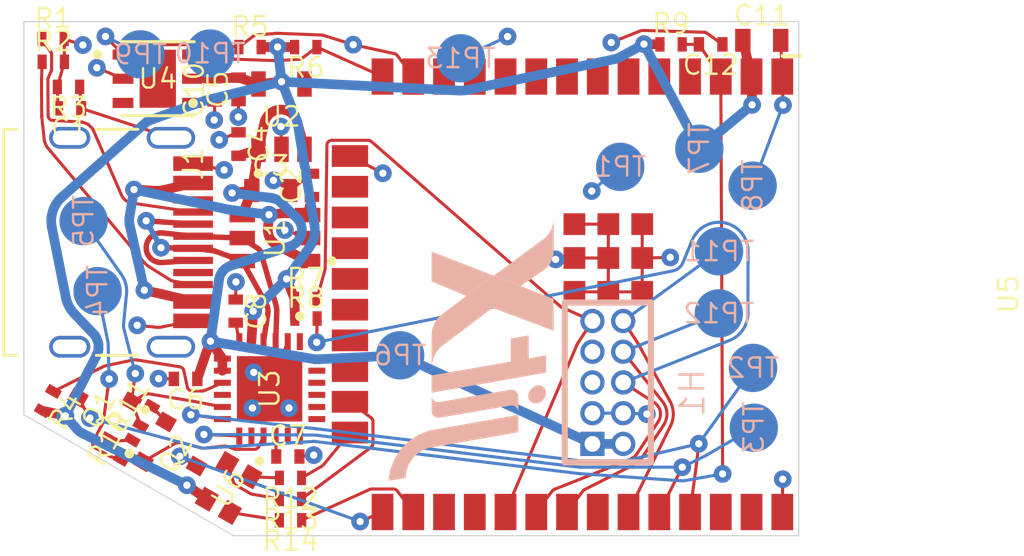
<source format=kicad_pcb>
(kicad_pcb (version 20221018) (generator pcbnew)
  (layers (0 "F.Cu" signal) (1 "In1.Cu" signal) (2 "In2.Cu" signal) (31 "B.Cu" signal) (34 "B.Paste" user) (35 "F.Paste" user) (36 "B.SilkS" user "B.Silkscreen") (37 "F.SilkS" user "F.Silkscreen") (38 "B.Mask" user) (39 "F.Mask" user) (44 "Edge.Cuts" user))
  (net 0 "")
  (net 1 "P3V3")
  (net 2 "b")
  (net 3 "ESP-TX")
  (net 4 "H-I2C_sda")
  (net 5 "SBU1")
  (net 6 "r")
  (net 7 "gnd")
  (net 8 "RXD_SCI")
  (net 9 "rid_p1")
  (net 10 "control-pins1_timer")
  (net 11 "VBUS")
  (net 12 "pc-uart_tx")
  (net 13 "RTS_SCI")
  (net 14 "c")
  (net 15 "nRST")
  (net 16 "D+")
  (net 17 "proc_q0_b")
  (net 18 "pc-ctrl1_gpio")
  (net 19 "P5V0")
  (net 20 "SBU2")
  (net 21 "H-I2C_scl")
  (net 22 "proc_q1_b")
  (net 23 "RTS_ECI")
  (net 24 "TXD_SCI")
  (net 25 "DTR_SCI")
  (net 26 "pc-uart_rx")
  (net 27 "ESP-RX")
  (net 28 "pc-ctrl0_gpio")
  (net 29 "control-pins0_timer")
  (net 30 "g")
  (net 31 "VDD")
  (net 32 "D-")
  (net 33 "EN")
  (net 34 "rid_rid_p1")
  (net 35 "con_rid_rid_p1")
  (net 36 "VPP")
  (net 37 "DTR_ECI")
  (net 38 "control-pins2_timer")
  (footprint "ble-mote:LP_TYPE_C_31_M_12" (layer "F.Cu") (at 130.489613 103.622473 -90)
    (fp_text reference "J1")
    (fp_text value "~" hide)
  )
  (footprint "ble-mote:Pkg0402_1" (layer "F.Cu") (at 134.512806 116.613382 -90)
    (fp_text reference "R12")
    (fp_text value "150R" hide)
  )
  (footprint "ble-mote:RGB_2020" (layer "F.Cu") (at 131.955821 117.029046 -120)
    (fp_text reference "U6")
    (fp_text value "~" hide)
  )
  (footprint "ble-mote:QFN24" (layer "F.Cu") (at 133.648641 112.931135 -90)
    (fp_text reference "U3")
    (fp_text value "~" hide)
  )
  (footprint "ble-mote:Pkg0402_2" (layer "F.Cu") (at 124.705386 98.469392 90)
    (fp_text reference "R1")
    (fp_text value "5K1" hide)
  )
  (footprint "ble-mote:SOT95P280X145_5N" (layer "F.Cu") (at 134.14015 101.680258)
    (fp_text reference "U2")
    (fp_text value "~" hide)
  )
  (footprint "ble-mote:Pkg0402_2" (layer "F.Cu") (at 127.742667 115.446608 150)
    (fp_text reference "R10")
    (fp_text value "10K" hide)
  )
  (footprint "ble-mote:Pkg0402" (layer "F.Cu") (at 132.366033 102.812299)
    (fp_text reference "C4")
    (fp_text value "1u" hide)
  )
  (footprint "ble-mote:Pkg0603" (layer "F.Cu") (at 133.697125 104.732114 90)
    (fp_text reference "C3")
    (fp_text value "10u" hide)
  )
  (footprint "ble-mote:Pkg0603" (layer "F.Cu") (at 153.975688 98.526263 90)
    (fp_text reference "C11")
    (fp_text value "10u" hide)
  )
  (footprint "ble-mote:Pkg0402_2" (layer "F.Cu") (at 134.513963 118.36375 -90)
    (fp_text reference "R14")
    (fp_text value "43R" hide)
  )
  (footprint "ble-mote:Pkg0402_2" (layer "F.Cu") (at 124.715123 99.413639 90)
    (fp_text reference "R2")
    (fp_text value "5K1" hide)
  )
  (footprint "ble-mote:SOT95P280X100_3N" (layer "F.Cu") (at 126.601692 113.786417 60)
    (fp_text reference "Q1")
    (fp_text value "~" hide)
  )
  (footprint "ble-mote:SOT95P280X145_6N" (layer "F.Cu") (at 133.869597 106.698656 90)
    (fp_text reference "U1")
    (fp_text value "~" hide)
  )
  (footprint "ble-mote:Pkg0402_2" (layer "F.Cu") (at 132.841202 98.803087 90)
    (fp_text reference "R5")
    (fp_text value "8K2" hide)
  )
  (footprint "ble-mote:Pkg0402_2" (layer "F.Cu") (at 125.344077 100.448284 -90)
    (fp_text reference "R3")
    (fp_text value "100K" hide)
  )
  (footprint "ble-mote:Pkg0402" (layer "F.Cu") (at 151.864764 98.692454 -90)
    (fp_text reference "C12")
    (fp_text value "1u" hide)
  )
  (footprint "ble-mote:SOT95P280X100_3N" (layer "F.Cu") (at 129.763792 115.621965 -120)
    (fp_text reference "Q2")
    (fp_text value "~" hide)
  )
  (footprint "ble-mote:Pkg0402_2" (layer "F.Cu") (at 135.142332 98.804707 -90)
    (fp_text reference "R6")
    (fp_text value "8K2" hide)
  )
  (footprint "ble-mote:SON100P300X300X80_7N" (layer "F.Cu") (at 129.03036 100.112036)
    (fp_text reference "U4")
    (fp_text value "~" hide)
  )
  (footprint "ble-mote:Pkg0402_1" (layer "F.Cu") (at 134.512761 117.482973 -90)
    (fp_text reference "R13")
    (fp_text value "150R" hide)
  )
  (footprint "ble-mote:Pkg0402_3" (layer "F.Cu") (at 131.377858 100.580479 180)
    (fp_text reference "C10")
    (fp_text value "100n" hide)
  )
  (footprint "ble-mote:ESP32_WROOM" (layer "F.Cu") (at 149.717938 109.022363 -90)
    (fp_text reference "U5")
    (fp_text value "~" hide)
  )
  (footprint "ble-mote:Pkg0402" (layer "F.Cu") (at 132.366167 100.552497 180)
    (fp_text reference "C5")
    (fp_text value "1u" hide)
  )
  (footprint "ble-mote:Pkg0402_3" (layer "F.Cu") (at 125.389755 101.334607 -90)
    (fp_text reference "C1")
    (fp_text value "100n" hide)
  )
  (footprint "ble-mote:Pkg0402_3" (layer "F.Cu") (at 135.397938 104.519104 180)
    (fp_text reference "C2")
    (fp_text value "100n" hide)
  )
  (footprint "ble-mote:Pkg0402_2" (layer "F.Cu") (at 135.152382 110.026709 90)
    (fp_text reference "R8")
    (fp_text value "10K" hide)
  )
  (footprint "ble-mote:Pkg0402_2" (layer "F.Cu") (at 135.141011 109.216096 90)
    (fp_text reference "R7")
    (fp_text value "10K" hide)
  )
  (footprint "ble-mote:Pkg0402_2" (layer "F.Cu") (at 150.230042 98.692368 90)
    (fp_text reference "R9")
    (fp_text value "10K" hide)
  )
  (footprint "ble-mote:Pkg0402_3" (layer "F.Cu") (at 134.402079 115.72827 90)
    (fp_text reference "C7")
    (fp_text value "4.7u" hide)
  )
  (footprint "ble-mote:Pkg0402" (layer "F.Cu") (at 130.179028 112.519201 -90)
    (fp_text reference "C6")
    (fp_text value "1u" hide)
  )
  (footprint "ble-mote:Pkg0402_2" (layer "F.Cu") (at 124.49078 113.43487 -30)
    (fp_text reference "R4")
    (fp_text value "4K7" hide)
  )
  (footprint "ble-mote:Pkg0402_2" (layer "F.Cu") (at 128.556678 114.047693 150)
    (fp_text reference "R11")
    (fp_text value "10K" hide)
  )
  (footprint "ble-mote:Pkg0402_3" (layer "F.Cu") (at 132.248704 109.717788)
    (fp_text reference "C8")
    (fp_text value "4.7u" hide)
  )
  (footprint "ble-mote:SMD_TESTPT" (layer "B.Cu") (at 141.543521 99.266964)
    (fp_text reference "TP13")
    (fp_text value "~" hide)
  )
  (footprint "ble-mote:SMD_TESTPT" (layer "B.Cu") (at 153.615092 112.06625 180)
    (fp_text reference "TP2")
    (fp_text value "~" hide)
  )
  (footprint "ble-mote:SMD_TESTPT" (layer "B.Cu") (at 131.191735 99.069119 180)
    (fp_text reference "TP10")
    (fp_text value "~" hide)
  )
  (footprint "ble-mote:SMD_TESTPT" (layer "B.Cu") (at 139.040828 111.54536 180)
    (fp_text reference "TP6")
    (fp_text value "~" hide)
  )
  (footprint "ble-mote:SMD_TESTPT" (layer "B.Cu") (at 153.646783 114.539455 90)
    (fp_text reference "TP3")
    (fp_text value "~" hide)
  )
  (footprint "ble-mote:SMD_TESTPT" (layer "B.Cu") (at 151.397495 103.004773 -90)
    (fp_text reference "TP7")
    (fp_text value "~" hide)
  )
  (footprint "ble-mote:SMD_TESTPT" (layer "B.Cu") (at 128.317426 99.104126)
    (fp_text reference "TP9")
    (fp_text value "~" hide)
  )
  (footprint "ble-mote:SMD_TESTPT" (layer "B.Cu") (at 153.597747 104.533301 -90)
    (fp_text reference "TP8")
    (fp_text value "~" hide)
  )
  (footprint "ble-mote:HDR_TH_10P_P1_27_V_F_R2_C5_S1_27_1" (layer "B.Cu") (at 147.617087 112.667096 -90)
    (fp_text reference "H1")
    (fp_text value "~")
  )
  (footprint "ble-mote:SMD_TESTPT" (layer "B.Cu") (at 148.130106 103.754502 180)
    (fp_text reference "TP1")
    (fp_text value "~" hide)
  )
  (footprint "ble-mote:SMD_TESTPT" (layer "B.Cu") (at 152.209289 107.247096 180)
    (fp_text reference "TP11")
    (fp_text value "~" hide)
  )
  (footprint "ble-mote:SMD_TESTPT" (layer "B.Cu") (at 152.202865 109.813036)
    (fp_text reference "TP12")
    (fp_text value "~" hide)
  )
  (footprint "ble-mote:SMD_TESTPT" (layer "B.Cu") (at 125.96791 105.99776 -90)
    (fp_text reference "TP5")
    (fp_text value "~" hide)
  )
  (footprint "ble-mote:SMD_TESTPT" (layer "B.Cu") (at 126.544729 108.893849 -90)
    (fp_text reference "TP4")
    (fp_text value "~" hide)
  )
  (footprint "ble-mote:JITX_SM_LP" (layer "B.Cu") (at 137.603101 117.898677 -90)
    (fp_text reference "JITX1" hide)
    (fp_text value "~" hide)
  )
  (gr_line (start 155.5 97.75) (end 123.5 97.75) (stroke (width 0.05)) (layer "Edge.Cuts"))
  (gr_line (start 132.16 119) (end 155.5 119) (stroke (width 0.05)) (layer "Edge.Cuts"))
  (gr_line (start 123.5 114) (end 132.16 119) (stroke (width 0.05)) (layer "Edge.Cuts"))
  (gr_line (start 155.5 119) (end 155.5 97.75) (stroke (width 0.05)) (layer "Edge.Cuts"))
  (gr_line (start 123.5 97.75) (end 123.5 97.75) (stroke (width 0.05)) (layer "Edge.Cuts"))
  (gr_line (start 123.5 97.75) (end 123.5 114) (stroke (width 0.05)) (layer "Edge.Cuts"))
  (segment (start 124.26085 113.833122) (end 125.212922 114.045974) (width 0.4) (layer "F.Cu") (net 1))
  (segment (start 132.970792 109.718266) (end 132.898641 110.981135) (width 0.4) (layer "F.Cu") (net 1))
  (segment (start 133.97865 98.800434) (end 134.682471 98.804707) (width 0.4) (layer "F.Cu") (net 1))
  (segment (start 134.68115 109.216096) (end 134.692521 110.026709) (width 0.4) (layer "F.Cu") (net 1))
  (segment (start 130.23368 116.91563) (end 131.054507 117.490167) (width 0.4) (layer "F.Cu") (net 1))
  (segment (start 149.110179 98.6818) (end 149.770181 98.692368) (width 0.4) (layer "F.Cu") (net 1))
  (segment (start 134.351519 108.386926) (end 134.68115 109.216096) (width 0.4) (layer "F.Cu") (net 1))
  (segment (start 131.377858 100.101868) (end 130.46536 100.112036) (width 0.4) (layer "F.Cu") (net 1))
  (segment (start 133.97865 98.800434) (end 133.301063 98.803087) (width 0.4) (layer "F.Cu") (net 1))
  (segment (start 132.366167 100.067636) (end 133.19015 100.330258) (width 0.4) (layer "F.Cu") (net 1))
  (segment (start 153.576981 101.191388) (end 153.552938 100.022363) (width 0.4) (layer "F.Cu") (net 1))
  (segment (start 134.144013 100.233792) (end 133.19015 100.330258) (width 0.4) (layer "F.Cu") (net 1))
  (segment (start 132.366167 100.067636) (end 131.377858 100.101868) (width 0.4) (layer "F.Cu") (net 1))
  (segment (start 153.194254 98.526263) (end 153.552938 100.022363) (width 0.4) (layer "F.Cu") (net 1))
  (segment (start 134.68115 109.216096) (end 134.692521 110.026709) (width 0.4) (layer "F.Cu") (net 1))
  (via (at 134.351519 108.386926) (size 0.73) (drill 0.3) (layers "F.Cu" "B.Cu") (net 1))
  (via (at 125.212922 114.045974) (size 0.73) (drill 0.3) (layers "F.Cu" "B.Cu") (net 1))
  (via (at 134.144013 100.233792) (size 0.73) (drill 0.3) (layers "F.Cu" "B.Cu") (net 1))
  (via (at 153.576981 101.191388) (size 0.73) (drill 0.3) (layers "F.Cu" "B.Cu") (net 1))
  (via (at 149.110179 98.6818) (size 0.73) (drill 0.3) (layers "F.Cu" "B.Cu") (net 1))
  (via (at 133.97865 98.800434) (size 0.73) (drill 0.3) (layers "F.Cu" "B.Cu") (net 1))
  (via (at 130.23368 116.91563) (size 0.73) (drill 0.3) (layers "F.Cu" "B.Cu") (net 1))
  (via (at 132.970792 109.718266) (size 0.73) (drill 0.3) (layers "F.Cu" "B.Cu") (net 1))
  (segment (start 141.476416 100.602279) (end 134.144013 100.233792) (width 0.4) (layer "B.Cu") (net 1))
  (segment (start 133.97865 98.800434) (end 134.144013 100.233792) (width 0.4) (layer "B.Cu") (net 1))
  (segment (start 128.805138 101.791126) (end 128.639744 101.859634) (width 0.4) (layer "B.Cu") (net 1))
  (segment (start 126.580613 111.102962) (end 126.580613 111.281984) (width 0.4) (layer "B.Cu") (net 1))
  (segment (start 126.486452 110.808604) (end 126.55496 110.973998) (width 0.4) (layer "B.Cu") (net 1))
  (segment (start 128.544849 101.919076) (end 125.07978 104.998362) (width 0.4) (layer "B.Cu") (net 1))
  (segment (start 134.810232 101.975599) (end 135.501695 106.166731) (width 0.4) (layer "B.Cu") (net 1))
  (segment (start 126.474559 111.601961) (end 125.212922 114.045974) (width 0.4) (layer "B.Cu") (net 1))
  (segment (start 130.23368 116.91563) (end 125.917562 114.772077) (width 0.4) (layer "B.Cu") (net 1))
  (segment (start 125.574215 109.813454) (end 126.419729 110.705776) (width 0.4) (layer "B.Cu") (net 1))
  (segment (start 149.110179 98.6818) (end 148.09441 99.232282) (width 0.4) (layer "B.Cu") (net 1))
  (segment (start 135.284302 107.09294) (end 134.351519 108.386926) (width 0.4) (layer "B.Cu") (net 1))
  (segment (start 147.903693 99.30221) (end 141.817326 100.575627) (width 0.4) (layer "B.Cu") (net 1))
  (segment (start 151.397495 103.004773) (end 149.110179 98.6818) (width 0.4) (layer "B.Cu") (net 1))
  (segment (start 125.700989 114.605025) (end 125.212922 114.045974) (width 0.4) (layer "B.Cu") (net 1))
  (segment (start 134.351519 108.386926) (end 132.970792 109.718266) (width 0.4) (layer "B.Cu") (net 1))
  (segment (start 134.144013 100.233792) (end 131.046067 100.999665) (width 0.4) (layer "B.Cu") (net 1))
  (segment (start 126.55496 111.410948) (end 126.486452 111.576342) (width 0.4) (layer "B.Cu") (net 1))
  (segment (start 130.979942 101.01951) (end 128.82148 101.784849) (width 0.4) (layer "B.Cu") (net 1))
  (segment (start 134.144013 100.233792) (end 134.771172 101.833667) (width 0.4) (layer "B.Cu") (net 1))
  (segment (start 151.397495 103.004773) (end 153.576981 101.191388) (width 0.4) (layer "B.Cu") (net 1))
  (segment (start 124.656665 106.258922) (end 125.233484 109.155012) (width 0.4) (layer "B.Cu") (net 1))
  (arc (start 126.55496 110.973998) (mid 126.574138 111.037217) (end 126.580613 111.102962) (width 0.4) (layer "B.Cu") (net 1))
  (arc (start 141.817326 100.575627) (mid 141.647726 100.599897) (end 141.476416 100.602279) (width 0.4) (layer "B.Cu") (net 1))
  (arc (start 125.917562 114.772077) (mid 125.801061 114.699201) (end 125.700989 114.605025) (width 0.4) (layer "B.Cu") (net 1))
  (arc (start 125.233484 109.155012) (mid 125.357298 109.508322) (end 125.574215 109.813454) (width 0.4) (layer "B.Cu") (net 1))
  (arc (start 131.046067 100.999665) (mid 131.01276 101.008774) (end 130.979942 101.01951) (width 0.4) (layer "B.Cu") (net 1))
  (arc (start 126.580613 111.281984) (mid 126.574138 111.347729) (end 126.55496 111.410948) (width 0.4) (layer "B.Cu") (net 1))
  (arc (start 135.501695 106.166731) (mid 135.485441 106.651533) (end 135.284302 107.09294) (width 0.4) (layer "B.Cu") (net 1))
  (arc (start 134.771172 101.833667) (mid 134.794432 101.903606) (end 134.810232 101.975599) (width 0.4) (layer "B.Cu") (net 1))
  (arc (start 126.419729 110.705776) (mid 126.457805 110.754131) (end 126.486452 110.808604) (width 0.4) (layer "B.Cu") (net 1))
  (arc (start 148.09441 99.232282) (mid 148.001594 99.274181) (end 147.903693 99.30221) (width 0.4) (layer "B.Cu") (net 1))
  (arc (start 128.82148 101.784849) (mid 128.813268 101.787881) (end 128.805138 101.791126) (width 0.4) (layer "B.Cu") (net 1))
  (arc (start 125.07978 104.998362) (mid 124.700407 105.572314) (end 124.656665 106.258922) (width 0.4) (layer "B.Cu") (net 1))
  (arc (start 128.639744 101.859634) (mid 128.58981 101.885386) (end 128.544849 101.919076) (width 0.4) (layer "B.Cu") (net 1))
  (arc (start 126.486452 111.576342) (mid 126.480774 111.589276) (end 126.474559 111.601961) (width 0.4) (layer "B.Cu") (net 1))
  (segment (start 132.007135 118.040167) (end 134.054102 118.36375) (width 0.127) (layer "F.Cu") (net 2))
  (segment (start 151.253199 116.244563) (end 151.012938 118.022363) (width 0.127) (layer "F.Cu") (net 3))
  (segment (start 151.375905 115.201085) (end 151.254429 116.234826) (width 0.127) (layer "F.Cu") (net 3))
  (segment (start 131.698641 114.181135) (end 130.396534 114.000832) (width 0.127) (layer "F.Cu") (net 3))
  (via (at 151.375905 115.201085) (size 0.73) (drill 0.3) (layers "F.Cu" "B.Cu") (net 3))
  (via (at 130.396534 114.000832) (size 0.73) (drill 0.3) (layers "F.Cu" "B.Cu") (net 3))
  (arc (start 151.254429 116.234826) (mid 151.253835 116.239697) (end 151.253199 116.244563) (width 0.127) (layer "F.Cu") (net 3))
  (segment (start 130.396534 114.000832) (end 132.875063 114.285624) (width 0.127) (layer "B.Cu") (net 3))
  (segment (start 148.410483 115.889453) (end 151.375905 115.201085) (width 0.127) (layer "B.Cu") (net 3))
  (segment (start 132.878043 114.285958) (end 135.590976 114.583112) (width 0.127) (layer "B.Cu") (net 3))
  (segment (start 153.615092 112.06625) (end 151.375905 115.201085) (width 0.127) (layer "B.Cu") (net 3))
  (segment (start 135.604077 114.584627) (end 146.457854 115.906126) (width 0.127) (layer "B.Cu") (net 3))
  (segment (start 146.482087 115.907596) (end 148.252087 115.907596) (width 0.127) (layer "B.Cu") (net 3))
  (arc (start 148.252087 115.907596) (mid 148.331803 115.903045) (end 148.410483 115.889453) (width 0.127) (layer "B.Cu") (net 3))
  (arc (start 135.590976 114.583112) (mid 135.597529 114.58385) (end 135.604077 114.584627) (width 0.127) (layer "B.Cu") (net 3))
  (arc (start 146.457854 115.906126) (mid 146.469948 115.907228) (end 146.482087 115.907596) (width 0.127) (layer "B.Cu") (net 3))
  (arc (start 132.875063 114.285624) (mid 132.876553 114.285793) (end 132.878043 114.285958) (width 0.127) (layer "B.Cu") (net 3))
  (segment (start 130.03536 98.701536) (end 130.89536 98.701536) (width 0.127) (layer "F.Cu") (net 4))
  (segment (start 130.909093 98.702007) (end 132.38134 98.803087) (width 0.127) (layer "F.Cu") (net 4))
  (segment (start 138.805661 99.076468) (end 137.102531 98.705032) (width 0.127) (layer "F.Cu") (net 4))
  (segment (start 134.000317 98.235349) (end 135.800015 98.304355) (width 0.127) (layer "F.Cu") (net 4))
  (segment (start 127.59536 99.112036) (end 128.172353 98.743114) (width 0.127) (layer "F.Cu") (net 4))
  (segment (start 126.869234 98.364541) (end 127.59536 99.112036) (width 0.127) (layer "F.Cu") (net 4))
  (segment (start 128.279217 98.711539) (end 130.034217 98.701539) (width 0.127) (layer "F.Cu") (net 4))
  (segment (start 133.095077 98.303214) (end 133.933954 98.236703) (width 0.127) (layer "F.Cu") (net 4))
  (segment (start 139.582938 100.022363) (end 138.922731 99.151257) (width 0.127) (layer "F.Cu") (net 4))
  (segment (start 135.852269 98.313375) (end 137.102531 98.705032) (width 0.127) (layer "F.Cu") (net 4))
  (segment (start 132.38134 98.803087) (end 132.990047 98.343122) (width 0.127) (layer "F.Cu") (net 4))
  (via (at 137.102531 98.705032) (size 0.73) (drill 0.3) (layers "F.Cu" "B.Cu") (net 4))
  (via (at 126.869234 98.364541) (size 0.73) (drill 0.3) (layers "F.Cu" "B.Cu") (net 4))
  (arc (start 130.034217 98.701539) (mid 130.034789 98.701537) (end 130.03536 98.701536) (width 0.127) (layer "F.Cu") (net 4))
  (arc (start 135.800015 98.304355) (mid 135.826441 98.30713) (end 135.852269 98.313375) (width 0.127) (layer "F.Cu") (net 4))
  (arc (start 132.990047 98.343122) (mid 133.039709 98.315661) (end 133.095077 98.303214) (width 0.127) (layer "F.Cu") (net 4))
  (arc (start 128.172353 98.743114) (mid 128.223548 98.719753) (end 128.279217 98.711539) (width 0.127) (layer "F.Cu") (net 4))
  (arc (start 138.922731 99.151257) (mid 138.87088 99.103399) (end 138.805661 99.076468) (width 0.127) (layer "F.Cu") (net 4))
  (arc (start 133.933954 98.236703) (mid 133.967116 98.235051) (end 134.000317 98.235349) (width 0.127) (layer "F.Cu") (net 4))
  (arc (start 130.89536 98.701536) (mid 130.902231 98.701654) (end 130.909093 98.702007) (width 0.127) (layer "F.Cu") (net 4))
  (segment (start 126.869234 98.364541) (end 128.317426 99.104126) (width 0.127) (layer "B.Cu") (net 4))
  (segment (start 132.857135 116.567924) (end 134.056694 116.613382) (width 0.127) (layer "F.Cu") (net 6))
  (segment (start 129.066125 112.509563) (end 129.694167 112.519201) (width 0.127) (layer "F.Cu") (net 7))
  (segment (start 147.637938 106.122363) (end 146.237938 106.122363) (width 0.127) (layer "F.Cu") (net 7))
  (segment (start 147.75993 98.615088) (end 148.899264 98.157104) (width 0.127) (layer "F.Cu") (net 7))
  (segment (start 146.237938 108.922363) (end 147.637938 108.922363) (width 0.127) (layer "F.Cu") (net 7))
  (segment (start 149.127427 98.116563) (end 151.601156 98.192048) (width 0.127) (layer "F.Cu") (net 7))
  (segment (start 147.637938 106.122363) (end 147.637938 107.522363) (width 0.127) (layer "F.Cu") (net 7))
  (segment (start 149.037938 106.122363) (end 149.037938 107.522363) (width 0.127) (layer "F.Cu") (net 7))
  (segment (start 125.174984 99.413639) (end 125.165248 98.469392) (width 0.127) (layer "F.Cu") (net 7))
  (segment (start 147.637938 108.922363) (end 149.037938 108.922363) (width 0.127) (layer "F.Cu") (net 7))
  (segment (start 132.357203 101.694999) (end 132.366167 101.037358) (width 0.127) (layer "F.Cu") (net 7))
  (segment (start 134.279221 106.368417) (end 135.219597 106.698656) (width 0.127) (layer "F.Cu") (net 7))
  (segment (start 128.97879 110.386616) (end 128.181374 110.303796) (width 0.127) (layer "F.Cu") (net 7))
  (segment (start 147.637938 107.522363) (end 147.637938 108.922363) (width 0.127) (layer "F.Cu") (net 7))
  (segment (start 131.773607 103.883224) (end 130.489613 103.622473) (width 0.127) (layer "F.Cu") (net 7))
  (segment (start 125.938551 98.719522) (end 125.165248 98.469392) (width 0.127) (layer "F.Cu") (net 7))
  (segment (start 154.850776 101.201418) (end 154.822938 100.022363) (width 0.127) (layer "F.Cu") (net 7))
  (segment (start 131.377858 101.05909) (end 131.377858 101.804142) (width 0.127) (layer "F.Cu") (net 7))
  (segment (start 151.712824 98.230197) (end 152.349625 98.692454) (width 0.127) (layer "F.Cu") (net 7))
  (segment (start 126.515658 99.65931) (end 127.59536 100.112036) (width 0.127) (layer "F.Cu") (net 7))
  (segment (start 133.807907 104.312642) (end 134.478559 104.732114) (width 0.127) (layer "F.Cu") (net 7))
  (segment (start 154.822938 100.022363) (end 154.757122 98.526263) (width 0.127) (layer "F.Cu") (net 7))
  (segment (start 149.037938 108.922363) (end 149.037938 107.522363) (width 0.127) (layer "F.Cu") (net 7))
  (segment (start 130.489613 110.122473) (end 129.162527 110.378603) (width 0.127) (layer "F.Cu") (net 7))
  (segment (start 136.967938 103.307363) (end 138.325858 104.018614) (width 0.127) (layer "F.Cu") (net 7))
  (segment (start 124.884216 100.448284) (end 125.174984 99.413639) (width 0.127) (layer "F.Cu") (net 7))
  (segment (start 134.398641 110.981135) (end 133.648641 112.931135) (width 0.127) (layer "F.Cu") (net 7))
  (segment (start 131.377858 101.804142) (end 131.363 101.819) (width 0.127) (layer "F.Cu") (net 7))
  (segment (start 135.397938 104.040493) (end 134.478559 104.732114) (width 0.127) (layer "F.Cu") (net 7))
  (segment (start 146.237938 107.522363) (end 147.637938 107.522363) (width 0.127) (layer "F.Cu") (net 7))
  (segment (start 149.037938 107.522363) (end 150.195681 107.499293) (width 0.127) (layer "F.Cu") (net 7))
  (segment (start 154.822938 118.022363) (end 154.84261 116.667305) (width 0.127) (layer "F.Cu") (net 7))
  (segment (start 134.117595 102.089872) (end 134.14015 103.030258) (width 0.127) (layer "F.Cu") (net 7))
  (segment (start 132.366033 102.327438) (end 131.567729 102.636827) (width 0.127) (layer "F.Cu") (net 7))
  (segment (start 124.884216 100.448284) (end 124.911144 101.334607) (width 0.127) (layer "F.Cu") (net 7))
  (segment (start 135.471914 115.670111) (end 134.88069 115.72827) (width 0.127) (layer "F.Cu") (net 7))
  (segment (start 132.25754 108.513115) (end 132.248704 109.239177) (width 0.127) (layer "F.Cu") (net 7))
  (via (at 146.954453 104.754479) (size 0.73) (drill 0.3) (layers "F.Cu" "B.Cu") (net 7))
  (via (at 147.75993 98.615088) (size 0.73) (drill 0.3) (layers "F.Cu" "B.Cu") (net 7))
  (via (at 149.228403 113.973716) (size 0.73) (drill 0.3) (layers "F.Cu" "B.Cu") (net 7))
  (via (at 134.117595 102.089872) (size 0.73) (drill 0.3) (layers "F.Cu" "B.Cu") (net 7))
  (via (at 132.357203 101.694999) (size 0.73) (drill 0.3) (layers "F.Cu" "B.Cu") (net 7))
  (via (at 134.45081 113.72382) (size 0.73) (drill 0.3) (layers "F.Cu" "B.Cu") (net 7))
  (via (at 132.995586 112.249939) (size 0.73) (drill 0.3) (layers "F.Cu" "B.Cu") (net 7))
  (via (at 131.363 101.819) (size 0.73) (drill 0.3) (layers "F.Cu" "B.Cu") (net 7))
  (via (at 125.938551 98.719522) (size 0.73) (drill 0.3) (layers "F.Cu" "B.Cu") (net 7))
  (via (at 150.195681 107.499293) (size 0.73) (drill 0.3) (layers "F.Cu" "B.Cu") (net 7))
  (via (at 131.567729 102.636827) (size 0.73) (drill 0.3) (layers "F.Cu" "B.Cu") (net 7))
  (via (at 126.515658 99.65931) (size 0.73) (drill 0.3) (layers "F.Cu" "B.Cu") (net 7))
  (via (at 143.476967 98.368004) (size 0.73) (drill 0.3) (layers "F.Cu" "B.Cu") (net 7))
  (via (at 128.181374 110.303796) (size 0.73) (drill 0.3) (layers "F.Cu" "B.Cu") (net 7))
  (via (at 133.807907 104.312642) (size 0.73) (drill 0.3) (layers "F.Cu" "B.Cu") (net 7))
  (via (at 145.461576 107.579532) (size 0.73) (drill 0.3) (layers "F.Cu" "B.Cu") (net 7))
  (via (at 132.939616 113.72382) (size 0.73) (drill 0.3) (layers "F.Cu" "B.Cu") (net 7))
  (via (at 131.773607 103.883224) (size 0.73) (drill 0.3) (layers "F.Cu" "B.Cu") (net 7))
  (via (at 154.850776 101.201418) (size 0.73) (drill 0.3) (layers "F.Cu" "B.Cu") (net 7))
  (via (at 132.25754 108.513115) (size 0.73) (drill 0.3) (layers "F.Cu" "B.Cu") (net 7))
  (via (at 138.325858 104.018614) (size 0.73) (drill 0.3) (layers "F.Cu" "B.Cu") (net 7))
  (via (at 154.84261 116.667305) (size 0.73) (drill 0.3) (layers "F.Cu" "B.Cu") (net 7))
  (via (at 134.279221 106.368417) (size 0.73) (drill 0.3) (layers "F.Cu" "B.Cu") (net 7))
  (via (at 129.066125 112.509563) (size 0.73) (drill 0.3) (layers "F.Cu" "B.Cu") (net 7))
  (via (at 135.471914 115.670111) (size 0.73) (drill 0.3) (layers "F.Cu" "B.Cu") (net 7))
  (arc (start 129.162527 110.378603) (mid 129.070953 110.389377) (end 128.97879 110.386616) (width 0.127) (layer "F.Cu") (net 7))
  (arc (start 151.601156 98.192048) (mid 151.659861 98.202721) (end 151.712824 98.230197) (width 0.127) (layer "F.Cu") (net 7))
  (arc (start 148.899264 98.157104) (mid 149.011246 98.125021) (end 149.127427 98.116563) (width 0.127) (layer "F.Cu") (net 7))
  (segment (start 148.130106 103.754502) (end 146.954453 104.754479) (width 0.127) (layer "B.Cu") (net 7))
  (segment (start 148.252087 113.937096) (end 146.982087 113.937096) (width 0.127) (layer "B.Cu") (net 7))
  (segment (start 149.228403 113.973716) (end 148.252087 113.937096) (width 0.127) (layer "B.Cu") (net 7))
  (segment (start 143.476967 98.368004) (end 141.543521 99.266964) (width 0.127) (layer "B.Cu") (net 7))
  (segment (start 154.850776 101.201418) (end 153.597747 104.533301) (width 0.127) (layer "B.Cu") (net 7))
  (segment (start 129.573613 102.552473) (end 125.868366 101.334607) (width 0.127) (layer "F.Cu") (net 9))
  (segment (start 125.803939 100.448284) (end 125.868366 101.334607) (width 0.127) (layer "F.Cu") (net 9))
  (segment (start 137.839044 114.127571) (end 136.967938 113.467363) (width 0.127) (layer "F.Cu") (net 10))
  (segment (start 137.918438 115.187363) (end 137.918438 114.287363) (width 0.127) (layer "F.Cu") (net 10))
  (segment (start 134.968872 117.482973) (end 137.837634 115.348214) (width 0.127) (layer "F.Cu") (net 10))
  (arc (start 137.918438 114.287363) (mid 137.897496 114.198148) (end 137.839044 114.127571) (width 0.127) (layer "F.Cu") (net 10))
  (arc (start 137.837634 115.348214) (mid 137.897102 115.277366) (end 137.918438 115.187363) (width 0.127) (layer "F.Cu") (net 10))
  (segment (start 129.002329 104.745357) (end 128.049508 104.693794) (width 0.4) (layer "F.Cu") (net 11))
  (segment (start 135.219597 105.748656) (end 134.342495 105.669275) (width 0.4) (layer "F.Cu") (net 11))
  (segment (start 135.219597 107.648656) (end 134.540107 107.298158) (width 0.4) (layer "F.Cu") (net 11))
  (segment (start 134.20337 105.670527) (end 133.622702 105.733638) (width 0.4) (layer "F.Cu") (net 11))
  (segment (start 133.579173 106.316101) (end 133.622702 105.733638) (width 0.4) (layer "F.Cu") (net 11))
  (segment (start 129.207692 109.0163) (end 128.477467 108.855728) (width 0.4) (layer "F.Cu") (net 11))
  (segment (start 134.53798 107.297051) (end 133.952973 106.990001) (width 0.4) (layer "F.Cu") (net 11))
  (segment (start 135.219597 105.748656) (end 135.397938 104.997716) (width 0.4) (layer "F.Cu") (net 11))
  (segment (start 130.489613 104.422473) (end 129.221165 104.725555) (width 0.4) (layer "F.Cu") (net 11))
  (segment (start 130.489613 109.322473) (end 129.221165 109.019391) (width 0.4) (layer "F.Cu") (net 11))
  (via (at 128.049508 104.693794) (size 0.73) (drill 0.3) (layers "F.Cu" "B.Cu") (net 11))
  (via (at 128.477467 108.855728) (size 0.73) (drill 0.3) (layers "F.Cu" "B.Cu") (net 11))
  (via (at 133.622702 105.733638) (size 0.73) (drill 0.3) (layers "F.Cu" "B.Cu") (net 11))
  (arc (start 129.221165 104.725555) (mid 129.112462 104.743364) (end 129.002329 104.745357) (width 0.4) (layer "F.Cu") (net 11))
  (arc (start 133.952973 106.990001) (mid 133.665335 106.708929) (end 133.579173 106.316101) (width 0.4) (layer "F.Cu") (net 11))
  (arc (start 129.221165 109.019391) (mid 129.214435 109.017815) (end 129.207692 109.0163) (width 0.4) (layer "F.Cu") (net 11))
  (arc (start 134.540107 107.298158) (mid 134.539042 107.297606) (end 134.53798 107.297051) (width 0.4) (layer "F.Cu") (net 11))
  (arc (start 134.342495 105.669275) (mid 134.272902 105.666446) (end 134.20337 105.670527) (width 0.4) (layer "F.Cu") (net 11))
  (segment (start 128.049508 104.693794) (end 127.857819 105.871326) (width 0.4) (layer "B.Cu") (net 11))
  (segment (start 131.954293 105.520836) (end 128.049508 104.693794) (width 0.4) (layer "B.Cu") (net 11))
  (segment (start 127.865831 106.138266) (end 128.477467 108.855728) (width 0.4) (layer "B.Cu") (net 11))
  (segment (start 133.622702 105.733638) (end 132.01194 105.530557) (width 0.4) (layer "B.Cu") (net 11))
  (arc (start 127.857819 105.871326) (mid 127.849014 106.005181) (end 127.865831 106.138266) (width 0.4) (layer "B.Cu") (net 11))
  (arc (start 132.01194 105.530557) (mid 131.983015 105.526297) (end 131.954293 105.520836) (width 0.4) (layer "B.Cu") (net 11))
  (segment (start 148.86504 111.057996) (end 150.18524 113.444371) (width 0.127) (layer "F.Cu") (net 12))
  (segment (start 148.252087 110.127096) (end 148.836392 111.010718) (width 0.127) (layer "F.Cu") (net 12))
  (segment (start 150.211512 114.452504) (end 148.472938 118.022363) (width 0.127) (layer "F.Cu") (net 12))
  (arc (start 148.836392 111.010718) (mid 148.851182 111.034074) (end 148.86504 111.057996) (width 0.127) (layer "F.Cu") (net 12))
  (arc (start 150.18524 113.444371) (mid 150.321532 113.945228) (end 150.211512 114.452504) (width 0.127) (layer "F.Cu") (net 12))
  (segment (start 152.209289 107.247096) (end 148.252087 110.127096) (width 0.127) (layer "B.Cu") (net 12))
  (segment (start 138.312938 118.022363) (end 137.387761 118.415985) (width 0.127) (layer "F.Cu") (net 14))
  (segment (start 129.942996 115.722101) (end 130.629817 116.121965) (width 0.127) (layer "F.Cu") (net 14))
  (via (at 137.387761 118.415985) (size 0.73) (drill 0.3) (layers "F.Cu" "B.Cu") (net 14))
  (via (at 129.942996 115.722101) (size 0.73) (drill 0.3) (layers "F.Cu" "B.Cu") (net 14))
  (segment (start 137.387761 118.415985) (end 129.942996 115.722101) (width 0.127) (layer "B.Cu") (net 14))
  (segment (start 129.941111 112.02124) (end 128.190515 111.739976) (width 0.127) (layer "F.Cu") (net 15))
  (segment (start 130.879028 113.019701) (end 130.44875 113.019701) (width 0.127) (layer "F.Cu") (net 15))
  (segment (start 130.252746 112.861423) (end 130.10531 112.17698) (width 0.127) (layer "F.Cu") (net 15))
  (segment (start 126.77093 112.017966) (end 124.720711 113.036619) (width 0.127) (layer "F.Cu") (net 15))
  (segment (start 131.698641 112.681135) (end 130.959044 113.003042) (width 0.127) (layer "F.Cu") (net 15))
  (segment (start 127.984759 111.744851) (end 126.906503 111.970937) (width 0.127) (layer "F.Cu") (net 15))
  (arc (start 130.959044 113.003042) (mid 130.919894 113.015492) (end 130.879028 113.019701) (width 0.127) (layer "F.Cu") (net 15))
  (arc (start 126.906503 111.970937) (mid 126.837219 111.990134) (end 126.77093 112.017966) (width 0.127) (layer "F.Cu") (net 15))
  (arc (start 130.10531 112.17698) (mid 130.047284 112.073729) (end 129.941111 112.02124) (width 0.127) (layer "F.Cu") (net 15))
  (arc (start 130.44875 113.019701) (mid 130.322784 112.975191) (end 130.252746 112.861423) (width 0.127) (layer "F.Cu") (net 15))
  (arc (start 128.190515 111.739976) (mid 128.087414 111.732974) (end 127.984759 111.744851) (width 0.127) (layer "F.Cu") (net 15))
  (segment (start 132.519597 106.698656) (end 130.489613 106.622473) (width 0.224) (layer "F.Cu") (net 16))
  (segment (start 133.182877 107.141582) (end 132.519597 106.698656) (width 0.224) (layer "F.Cu") (net 16))
  (segment (start 133.907796 109.44873) (end 133.283894 107.27982) (width 0.224) (layer "F.Cu") (net 16))
  (segment (start 129.231195 106.487508) (end 130.489613 106.622473) (width 0.224) (layer "F.Cu") (net 16))
  (segment (start 130.489613 107.622473) (end 129.207816 107.710562) (width 0.224) (layer "F.Cu") (net 16))
  (segment (start 133.898641 110.981135) (end 133.945093 109.755182) (width 0.224) (layer "F.Cu") (net 16))
  (arc (start 133.283894 107.27982) (mid 133.245641 107.201746) (end 133.182877 107.141582) (width 0.224) (layer "F.Cu") (net 16))
  (arc (start 133.945093 109.755182) (mid 133.93865 109.60047) (end 133.907796 109.44873) (width 0.224) (layer "F.Cu") (net 16))
  (arc (start 129.207816 107.710562) (mid 128.551831 107.086272) (end 129.231195 106.487508) (width 0.224) (layer "F.Cu") (net 16))
  (segment (start 126.992718 115.109142) (end 127.972597 115.048357) (width 0.127) (layer "F.Cu") (net 17))
  (segment (start 149.700286 114.285351) (end 148.836621 115.593127) (width 0.127) (layer "F.Cu") (net 18))
  (segment (start 135.612243 110.026709) (end 135.593801 111.00928) (width 0.127) (layer "F.Cu") (net 18))
  (segment (start 145.323146 117.151257) (end 144.662938 118.022363) (width 0.127) (layer "F.Cu") (net 18))
  (segment (start 148.252087 112.667096) (end 149.535957 113.499162) (width 0.127) (layer "F.Cu") (net 18))
  (segment (start 148.509928 115.858416) (end 145.409138 117.085939) (width 0.127) (layer "F.Cu") (net 18))
  (via (at 135.593801 111.00928) (size 0.73) (drill 0.3) (layers "F.Cu" "B.Cu") (net 18))
  (arc (start 149.535957 113.499162) (mid 149.781941 113.858015) (end 149.700286 114.285351) (width 0.127) (layer "F.Cu") (net 18))
  (arc (start 148.836621 115.593127) (mid 148.693668 115.750885) (end 148.509928 115.858416) (width 0.127) (layer "F.Cu") (net 18))
  (arc (start 145.409138 117.085939) (mid 145.361662 117.1127) (end 145.323146 117.151257) (width 0.127) (layer "F.Cu") (net 18))
  (segment (start 150.307053 108.053717) (end 135.593801 111.00928) (width 0.127) (layer "B.Cu") (net 18))
  (segment (start 151.099174 106.7901) (end 150.718605 107.714562) (width 0.127) (layer "B.Cu") (net 18))
  (segment (start 148.252087 112.667096) (end 152.644505 110.929348) (width 0.127) (layer "B.Cu") (net 18))
  (segment (start 153.403361 109.816041) (end 153.409785 107.250101) (width 0.127) (layer "B.Cu") (net 18))
  (arc (start 150.718605 107.714562) (mid 150.555319 107.9357) (end 150.307053 108.053717) (width 0.127) (layer "B.Cu") (net 18))
  (arc (start 153.409785 107.250101) (mid 152.443687 106.069701) (end 151.099174 106.7901) (width 0.127) (layer "B.Cu") (net 18))
  (arc (start 152.644505 110.929348) (mid 153.194841 110.489189) (end 153.403361 109.816041) (width 0.127) (layer "B.Cu") (net 18))
  (segment (start 130.663889 112.519201) (end 131.029703 111.44729) (width 0.4) (layer "F.Cu") (net 19))
  (segment (start 131.698641 111.681135) (end 131.206179 110.963133) (width 0.4) (layer "F.Cu") (net 19))
  (segment (start 131.032035 111.440681) (end 131.206179 110.963133) (width 0.4) (layer "F.Cu") (net 19))
  (segment (start 132.915691 104.732114) (end 132.519597 105.748656) (width 0.4) (layer "F.Cu") (net 19))
  (segment (start 131.698641 111.681135) (end 131.698641 112.181135) (width 0.4) (layer "F.Cu") (net 19))
  (segment (start 132.915691 104.732114) (end 132.099751 104.834071) (width 0.4) (layer "F.Cu") (net 19))
  (segment (start 133.19015 103.030258) (end 133.432225 101.937978) (width 0.4) (layer "F.Cu") (net 19))
  (segment (start 133.19015 103.030258) (end 132.366033 103.297161) (width 0.4) (layer "F.Cu") (net 19))
  (segment (start 132.915691 104.732114) (end 133.19015 103.030258) (width 0.4) (layer "F.Cu") (net 19))
  (segment (start 134.796603 101.91168) (end 135.09015 103.030258) (width 0.4) (layer "F.Cu") (net 19))
  (via (at 131.206179 110.963133) (size 0.73) (drill 0.3) (layers "F.Cu" "B.Cu") (net 19))
  (via (at 132.099751 104.834071) (size 0.73) (drill 0.3) (layers "F.Cu" "B.Cu") (net 19))
  (arc (start 131.029703 111.44729) (mid 131.030852 111.44398) (end 131.032035 111.440681) (width 0.4) (layer "F.Cu") (net 19))
  (arc (start 133.432225 101.937978) (mid 134.104067 101.388002) (end 134.796603 101.91168) (width 0.4) (layer "F.Cu") (net 19))
  (segment (start 131.206179 110.963133) (end 131.562302 108.415915) (width 0.4) (layer "B.Cu") (net 19))
  (segment (start 146.982087 115.207096) (end 139.040828 111.54536) (width 0.4) (layer "B.Cu") (net 19))
  (segment (start 132.037776 107.846401) (end 134.498985 107.035132) (width 0.4) (layer "B.Cu") (net 19))
  (segment (start 146.982087 115.207096) (end 148.252087 115.207096) (width 0.4) (layer "B.Cu") (net 19))
  (segment (start 131.206179 110.963133) (end 135.474209 111.701018) (width 0.4) (layer "B.Cu") (net 19))
  (segment (start 135.627719 111.71046) (end 139.040828 111.54536) (width 0.4) (layer "B.Cu") (net 19))
  (segment (start 133.710513 105.037151) (end 132.099751 104.834071) (width 0.4) (layer "B.Cu") (net 19))
  (segment (start 134.767184 105.863743) (end 134.110665 105.228964) (width 0.4) (layer "B.Cu") (net 19))
  (arc (start 131.562302 108.415915) (mid 131.718658 108.063215) (end 132.037776 107.846401) (width 0.4) (layer "B.Cu") (net 19))
  (arc (start 135.474209 111.701018) (mid 135.550704 111.709956) (end 135.627719 111.71046) (width 0.4) (layer "B.Cu") (net 19))
  (arc (start 134.110665 105.228964) (mid 133.926144 105.100608) (end 133.710513 105.037151) (width 0.4) (layer "B.Cu") (net 19))
  (arc (start 134.498985 107.035132) (mid 134.963514 106.525092) (end 134.767184 105.863743) (width 0.4) (layer "B.Cu") (net 19))
  (segment (start 135.602194 98.804707) (end 138.312938 100.022363) (width 0.127) (layer "F.Cu") (net 21))
  (segment (start 135.602194 98.804707) (end 134.993487 99.264673) (width 0.127) (layer "F.Cu") (net 21))
  (segment (start 132.168942 99.302348) (end 130.46536 99.112036) (width 0.127) (layer "F.Cu") (net 21))
  (segment (start 134.886391 99.304733) (end 134.01752 99.364596) (width 0.127) (layer "F.Cu") (net 21))
  (segment (start 133.958867 99.365587) (end 132.184187 99.303464) (width 0.127) (layer "F.Cu") (net 21))
  (arc (start 132.184187 99.303464) (mid 132.176554 99.303051) (end 132.168942 99.302348) (width 0.127) (layer "F.Cu") (net 21))
  (arc (start 134.01752 99.364596) (mid 133.988206 99.365853) (end 133.958867 99.365587) (width 0.127) (layer "F.Cu") (net 21))
  (arc (start 134.993487 99.264673) (mid 134.942855 99.292499) (end 134.886391 99.304733) (width 0.127) (layer "F.Cu") (net 21))
  (segment (start 128.786608 113.649441) (end 129.372766 114.299241) (width 0.127) (layer "F.Cu") (net 22))
  (segment (start 128.528953 113.157106) (end 127.942718 113.463693) (width 0.127) (layer "F.Cu") (net 23))
  (segment (start 130.489574 113.443039) (end 128.654858 113.137008) (width 0.127) (layer "F.Cu") (net 23))
  (segment (start 131.698641 113.681135) (end 130.505907 113.44601) (width 0.127) (layer "F.Cu") (net 23))
  (segment (start 127.942718 113.463693) (end 128.326747 114.445944) (width 0.127) (layer "F.Cu") (net 23))
  (segment (start 128.100808 112.298315) (end 127.942718 113.463693) (width 0.127) (layer "F.Cu") (net 23))
  (via (at 128.100808 112.298315) (size 0.73) (drill 0.3) (layers "F.Cu" "B.Cu") (net 23))
  (arc (start 128.654858 113.137008) (mid 128.590265 113.136783) (end 128.528953 113.157106) (width 0.127) (layer "F.Cu") (net 23))
  (arc (start 130.505907 113.44601) (mid 130.497751 113.444464) (end 130.489574 113.443039) (width 0.127) (layer "F.Cu") (net 23))
  (segment (start 127.525084 108.200954) (end 125.96791 105.99776) (width 0.127) (layer "B.Cu") (net 23))
  (segment (start 127.618554 110.248804) (end 127.739539 109.010593) (width 0.127) (layer "B.Cu") (net 23))
  (segment (start 128.100808 112.298315) (end 127.633017 110.441981) (width 0.127) (layer "B.Cu") (net 23))
  (arc (start 127.739539 109.010593) (mid 127.705209 108.586465) (end 127.525084 108.200954) (width 0.127) (layer "B.Cu") (net 23))
  (arc (start 127.633017 110.441981) (mid 127.617453 110.346016) (end 127.618554 110.248804) (width 0.127) (layer "B.Cu") (net 23))
  (segment (start 149.056917 115.738612) (end 149.920582 114.430836) (width 0.127) (layer "F.Cu") (net 26))
  (segment (start 146.662341 117.093499) (end 148.687904 116.067516) (width 0.127) (layer "F.Cu") (net 26))
  (segment (start 145.932938 118.022363) (end 146.593146 117.151257) (width 0.127) (layer "F.Cu") (net 26))
  (segment (start 149.879619 113.459917) (end 148.252087 111.397096) (width 0.127) (layer "F.Cu") (net 26))
  (arc (start 149.920582 114.430836) (mid 150.057166 113.93875) (end 149.879619 113.459917) (width 0.127) (layer "F.Cu") (net 26))
  (arc (start 146.593146 117.151257) (mid 146.624456 117.118439) (end 146.662341 117.093499) (width 0.127) (layer "F.Cu") (net 26))
  (arc (start 148.687904 116.067516) (mid 148.893839 115.927106) (end 149.056917 115.738612) (width 0.127) (layer "F.Cu") (net 26))
  (segment (start 152.202865 109.813036) (end 148.252087 111.397096) (width 0.127) (layer "B.Cu") (net 26))
  (segment (start 130.935662 114.81822) (end 132.398641 114.881135) (width 0.127) (layer "F.Cu") (net 27))
  (segment (start 150.692793 116.168827) (end 149.742938 118.022363) (width 0.127) (layer "F.Cu") (net 27))
  (via (at 150.692793 116.168827) (size 0.73) (drill 0.3) (layers "F.Cu" "B.Cu") (net 27))
  (via (at 130.935662 114.81822) (size 0.73) (drill 0.3) (layers "F.Cu" "B.Cu") (net 27))
  (segment (start 150.692793 116.168827) (end 151.62617 115.708193) (width 0.127) (layer "B.Cu") (net 27))
  (segment (start 151.659305 115.690447) (end 153.646783 114.539455) (width 0.127) (layer "B.Cu") (net 27))
  (segment (start 148.252087 116.171596) (end 146.482087 116.171596) (width 0.127) (layer "B.Cu") (net 27))
  (segment (start 146.425946 116.168191) (end 135.572169 114.846692) (width 0.127) (layer "B.Cu") (net 27))
  (segment (start 150.692793 116.168827) (end 148.253181 116.171595) (width 0.127) (layer "B.Cu") (net 27))
  (segment (start 135.476007 114.840621) (end 130.935662 114.81822) (width 0.127) (layer "B.Cu") (net 27))
  (arc (start 135.572169 114.846692) (mid 135.524176 114.842259) (end 135.476007 114.840621) (width 0.127) (layer "B.Cu") (net 27))
  (arc (start 151.62617 115.708193) (mid 151.642885 115.699595) (end 151.659305 115.690447) (width 0.127) (layer "B.Cu") (net 27))
  (arc (start 148.253181 116.171595) (mid 148.252634 116.171596) (end 148.252087 116.171596) (width 0.127) (layer "B.Cu") (net 27))
  (arc (start 146.482087 116.171596) (mid 146.453965 116.170744) (end 146.425946 116.168191) (width 0.127) (layer "B.Cu") (net 27))
  (segment (start 145.705958 109.555337) (end 146.982087 110.127096) (width 0.127) (layer "F.Cu") (net 28))
  (segment (start 146.982087 110.127096) (end 146.397782 111.010718) (width 0.127) (layer "F.Cu") (net 28))
  (segment (start 146.337808 111.122132) (end 143.392938 118.022363) (width 0.127) (layer "F.Cu") (net 28))
  (segment (start 136.217938 102.656863) (end 137.717938 102.656863) (width 0.127) (layer "F.Cu") (net 28))
  (segment (start 135.945077 107.951503) (end 136.017458 102.854516) (width 0.127) (layer "F.Cu") (net 28))
  (segment (start 135.600872 109.216096) (end 135.937793 108.002281) (width 0.127) (layer "F.Cu") (net 28))
  (segment (start 137.849821 102.706343) (end 145.656055 109.523383) (width 0.127) (layer "F.Cu") (net 28))
  (arc (start 146.397782 111.010718) (mid 146.365274 111.065068) (end 146.337808 111.122132) (width 0.127) (layer "F.Cu") (net 28))
  (arc (start 137.717938 102.656863) (mid 137.788368 102.66964) (end 137.849821 102.706343) (width 0.127) (layer "F.Cu") (net 28))
  (arc (start 145.656055 109.523383) (mid 145.67982 109.541214) (end 145.705958 109.555337) (width 0.127) (layer "F.Cu") (net 28))
  (arc (start 135.937793 108.002281) (mid 135.943066 107.977126) (end 135.945077 107.951503) (width 0.127) (layer "F.Cu") (net 28))
  (arc (start 136.017458 102.854516) (mid 136.077173 102.714585) (end 136.217938 102.656863) (width 0.127) (layer "F.Cu") (net 28))
  (segment (start 135.754609 116.15988) (end 134.968917 116.613382) (width 0.127) (layer "F.Cu") (net 29))
  (segment (start 136.967938 114.737363) (end 135.909221 116.028654) (width 0.127) (layer "F.Cu") (net 29))
  (arc (start 135.909221 116.028654) (mid 135.837845 116.101255) (end 135.754609 116.15988) (width 0.127) (layer "F.Cu") (net 29))
  (segment (start 132.163648 116.802236) (end 131.904507 116.017924) (width 0.127) (layer "F.Cu") (net 30))
  (segment (start 134.05665 117.482973) (end 132.925983 117.286885) (width 0.127) (layer "F.Cu") (net 30))
  (segment (start 132.859994 117.262972) (end 132.253776 116.912972) (width 0.127) (layer "F.Cu") (net 30))
  (arc (start 132.253776 116.912972) (mid 132.198521 116.865899) (end 132.163648 116.802236) (width 0.127) (layer "F.Cu") (net 30))
  (arc (start 132.925983 117.286885) (mid 132.891934 117.277839) (end 132.859994 117.262972) (width 0.127) (layer "F.Cu") (net 30))
  (segment (start 132.248704 110.1964) (end 132.398641 110.981135) (width 0.127) (layer "F.Cu") (net 31))
  (segment (start 130.489613 106.122473) (end 128.550698 105.984119) (width 0.224) (layer "F.Cu") (net 32))
  (segment (start 133.507035 109.419201) (end 132.519597 107.648656) (width 0.224) (layer "F.Cu") (net 32))
  (segment (start 130.489613 107.122473) (end 131.339513 107.225275) (width 0.224) (layer "F.Cu") (net 32))
  (segment (start 129.165719 107.098007) (end 130.489613 107.122473) (width 0.224) (layer "F.Cu") (net 32))
  (segment (start 131.394916 107.238541) (end 132.519597 107.648656) (width 0.224) (layer "F.Cu") (net 32))
  (segment (start 133.398641 110.981135) (end 133.577723 109.811166) (width 0.224) (layer "F.Cu") (net 32))
  (via (at 128.550698 105.984119) (size 0.73) (drill 0.3) (layers "F.Cu" "B.Cu") (net 32))
  (via (at 129.165719 107.098007) (size 0.73) (drill 0.3) (layers "F.Cu" "B.Cu") (net 32))
  (arc (start 131.339513 107.225275) (mid 131.367595 107.230318) (end 131.394916 107.238541) (width 0.224) (layer "F.Cu") (net 32))
  (arc (start 133.577723 109.811166) (mid 133.575044 109.609293) (end 133.507035 109.419201) (width 0.224) (layer "F.Cu") (net 32))
  (segment (start 129.165719 107.098007) (end 128.550698 105.984119) (width 0.224) (layer "B.Cu") (net 32))
  (segment (start 126.229814 114.143346) (end 125.735667 113.286417) (width 0.127) (layer "F.Cu") (net 33))
  (segment (start 151.379902 98.692454) (end 150.689903 98.692368) (width 0.127) (layer "F.Cu") (net 33))
  (segment (start 152.282938 100.022363) (end 152.359111 116.447391) (width 0.127) (layer "F.Cu") (net 33))
  (segment (start 151.379902 98.692454) (end 152.282938 100.022363) (width 0.127) (layer "F.Cu") (net 33))
  (via (at 152.359111 116.447391) (size 0.73) (drill 0.3) (layers "F.Cu" "B.Cu") (net 33))
  (via (at 126.229814 114.143346) (size 0.73) (drill 0.3) (layers "F.Cu" "B.Cu") (net 33))
  (segment (start 146.394039 116.430256) (end 135.540262 115.108757) (width 0.127) (layer "B.Cu") (net 33))
  (segment (start 150.652829 116.732913) (end 146.430603 116.433774) (width 0.127) (layer "B.Cu") (net 33))
  (segment (start 135.436916 115.105695) (end 130.97066 115.382636) (width 0.127) (layer "B.Cu") (net 33))
  (segment (start 130.788548 115.364249) (end 130.09011 115.176072) (width 0.127) (layer "B.Cu") (net 33))
  (segment (start 130.089142 115.175812) (end 126.229814 114.143346) (width 0.127) (layer "B.Cu") (net 33))
  (segment (start 152.359111 116.447391) (end 150.791626 116.725624) (width 0.127) (layer "B.Cu") (net 33))
  (arc (start 130.09011 115.176072) (mid 130.089626 115.175942) (end 130.089142 115.175812) (width 0.127) (layer "B.Cu") (net 33))
  (arc (start 146.430603 116.433774) (mid 146.412298 116.432245) (end 146.394039 116.430256) (width 0.127) (layer "B.Cu") (net 33))
  (arc (start 135.540262 115.108757) (mid 135.488659 115.104859) (end 135.436916 115.105695) (width 0.127) (layer "B.Cu") (net 33))
  (arc (start 130.97066 115.382636) (mid 130.878855 115.38086) (end 130.788548 115.364249) (width 0.127) (layer "B.Cu") (net 33))
  (arc (start 150.791626 116.725624) (mid 150.722452 116.733549) (end 150.652829 116.732913) (width 0.127) (layer "B.Cu") (net 33))
  (segment (start 124.493577 100.148284) (end 124.493577 100.748284) (width 0.127) (layer "F.Cu") (net 34))
  (segment (start 126.359044 102.217779) (end 127.530715 104.918837) (width 0.127) (layer "F.Cu") (net 34))
  (segment (start 125.959851 101.917235) (end 126.125245 101.985744) (width 0.127) (layer "F.Cu") (net 34))
  (segment (start 124.493586 100.750134) (end 124.501764 101.636457) (width 0.127) (layer "F.Cu") (net 34))
  (segment (start 126.190292 102.029207) (end 126.316879 102.155794) (width 0.127) (layer "F.Cu") (net 34))
  (segment (start 124.691027 101.834792) (end 125.894352 101.902288) (width 0.127) (layer "F.Cu") (net 34))
  (segment (start 124.245525 98.469392) (end 124.610582 98.999993) (width 0.127) (layer "F.Cu") (net 34))
  (segment (start 127.967609 105.253332) (end 130.489613 105.622473) (width 0.127) (layer "F.Cu") (net 34))
  (segment (start 124.6459 99.113639) (end 124.6459 99.713639) (width 0.127) (layer "F.Cu") (net 34))
  (segment (start 124.629368 99.793364) (end 124.510109 100.06856) (width 0.127) (layer "F.Cu") (net 34))
  (arc (start 124.610582 98.999993) (mid 124.636867 99.054135) (end 124.6459 99.113639) (width 0.127) (layer "F.Cu") (net 34))
  (arc (start 124.510109 100.06856) (mid 124.497754 100.107574) (end 124.493577 100.148284) (width 0.127) (layer "F.Cu") (net 34))
  (arc (start 126.125245 101.985744) (mid 126.159909 102.004272) (end 126.190292 102.029207) (width 0.127) (layer "F.Cu") (net 34))
  (arc (start 125.894352 101.902288) (mid 125.927732 101.906998) (end 125.959851 101.917235) (width 0.127) (layer "F.Cu") (net 34))
  (arc (start 127.530715 104.918837) (mid 127.705736 105.142805) (end 127.967609 105.253332) (width 0.127) (layer "F.Cu") (net 34))
  (arc (start 124.493577 100.748284) (mid 124.493579 100.749209) (end 124.493586 100.750134) (width 0.127) (layer "F.Cu") (net 34))
  (arc (start 126.316879 102.155794) (mid 126.340885 102.184798) (end 126.359044 102.217779) (width 0.127) (layer "F.Cu") (net 34))
  (arc (start 124.6459 99.713639) (mid 124.641724 99.754349) (end 124.629368 99.793364) (width 0.127) (layer "F.Cu") (net 34))
  (arc (start 124.501764 101.636457) (mid 124.557201 101.773026) (end 124.691027 101.834792) (width 0.127) (layer "F.Cu") (net 34))
  (segment (start 128.672522 107.882327) (end 129.562882 108.442205) (width 0.127) (layer "F.Cu") (net 35))
  (segment (start 129.634389 108.469855) (end 130.489613 108.622473) (width 0.127) (layer "F.Cu") (net 35))
  (segment (start 124.229597 100.75257) (end 124.237775 101.638893) (width 0.127) (layer "F.Cu") (net 35))
  (segment (start 124.358375 102.718712) (end 124.426883 102.884106) (width 0.127) (layer "F.Cu") (net 35))
  (segment (start 124.240346 101.683595) (end 124.344231 102.663129) (width 0.127) (layer "F.Cu") (net 35))
  (segment (start 124.458619 102.936363) (end 128.456391 107.69404) (width 0.127) (layer "F.Cu") (net 35))
  (segment (start 124.229577 100.148284) (end 124.229577 100.748284) (width 0.127) (layer "F.Cu") (net 35))
  (segment (start 124.255261 99.413639) (end 124.229867 100.131871) (width 0.127) (layer "F.Cu") (net 35))
  (arc (start 124.237775 101.638893) (mid 124.238521 101.661275) (end 124.240346 101.683595) (width 0.127) (layer "F.Cu") (net 35))
  (arc (start 124.344231 102.663129) (mid 124.349305 102.691429) (end 124.358375 102.718712) (width 0.127) (layer "F.Cu") (net 35))
  (arc (start 124.229867 100.131871) (mid 124.22965 100.140076) (end 124.229577 100.148284) (width 0.127) (layer "F.Cu") (net 35))
  (arc (start 124.229577 100.748284) (mid 124.229582 100.750427) (end 124.229597 100.75257) (width 0.127) (layer "F.Cu") (net 35))
  (arc (start 128.456391 107.69404) (mid 128.557131 107.796592) (end 128.672522 107.882327) (width 0.127) (layer "F.Cu") (net 35))
  (arc (start 129.562882 108.442205) (mid 129.597302 108.459479) (end 129.634389 108.469855) (width 0.127) (layer "F.Cu") (net 35))
  (arc (start 124.426883 102.884106) (mid 124.440747 102.911451) (end 124.458619 102.936363) (width 0.127) (layer "F.Cu") (net 35))
  (segment (start 133.923468 115.72827) (end 133.898641 114.881135) (width 0.127) (layer "F.Cu") (net 36))
  (segment (start 127.022552 112.524401) (end 126.790074 114.220155) (width 0.127) (layer "F.Cu") (net 37))
  (segment (start 127.096095 115.738184) (end 127.512736 115.84486) (width 0.127) (layer "F.Cu") (net 37))
  (segment (start 132.210288 115.421363) (end 131.864751 115.306286) (width 0.127) (layer "F.Cu") (net 37))
  (segment (start 126.729379 114.408347) (end 126.362486 115.099992) (width 0.127) (layer "F.Cu") (net 37))
  (segment (start 131.780206 115.297137) (end 130.995434 115.380552) (width 0.127) (layer "F.Cu") (net 37))
  (segment (start 130.788548 115.364249) (end 130.09011 115.176072) (width 0.127) (layer "F.Cu") (net 37))
  (segment (start 126.439359 115.367587) (end 127.045577 115.717587) (width 0.127) (layer "F.Cu") (net 37))
  (segment (start 133.398641 114.881135) (end 133.206855 115.312578) (width 0.127) (layer "F.Cu") (net 37))
  (segment (start 129.66088 115.231998) (end 128.422766 115.94469) (width 0.127) (layer "F.Cu") (net 37))
  (segment (start 133.023641 115.431635) (end 132.273641 115.431635) (width 0.127) (layer "F.Cu") (net 37))
  (segment (start 128.422766 115.94469) (end 127.512736 115.84486) (width 0.127) (layer "F.Cu") (net 37))
  (via (at 127.022552 112.524401) (size 0.73) (drill 0.3) (layers "F.Cu" "B.Cu") (net 37))
  (arc (start 133.206855 115.312578) (mid 133.132891 115.399256) (end 133.023641 115.431635) (width 0.127) (layer "F.Cu") (net 37))
  (arc (start 127.045577 115.717587) (mid 127.070132 115.729612) (end 127.096095 115.738184) (width 0.127) (layer "F.Cu") (net 37))
  (arc (start 130.995434 115.380552) (mid 130.891237 115.381972) (end 130.788548 115.364249) (width 0.127) (layer "F.Cu") (net 37))
  (arc (start 130.09011 115.176072) (mid 129.869932 115.161341) (end 129.66088 115.231998) (width 0.127) (layer "F.Cu") (net 37))
  (arc (start 126.790074 114.220155) (mid 126.768016 114.316924) (end 126.729379 114.408347) (width 0.127) (layer "F.Cu") (net 37))
  (arc (start 131.864751 115.306286) (mid 131.822969 115.297178) (end 131.780206 115.297137) (width 0.127) (layer "F.Cu") (net 37))
  (arc (start 126.362486 115.099992) (mid 126.346903 115.249308) (end 126.439359 115.367587) (width 0.127) (layer "F.Cu") (net 37))
  (arc (start 132.273641 115.431635) (mid 132.241551 115.42905) (end 132.210288 115.421363) (width 0.127) (layer "F.Cu") (net 37))
  (segment (start 126.980804 111.081631) (end 127.022552 112.524401) (width 0.127) (layer "B.Cu") (net 37))
  (segment (start 126.544729 108.893849) (end 126.966167 110.955241) (width 0.127) (layer "B.Cu") (net 37))
  (arc (start 126.966167 110.955241) (mid 126.976216 111.01812) (end 126.980804 111.081631) (width 0.127) (layer "B.Cu") (net 37))
  (segment (start 134.973824 118.36375) (end 137.780057 117.089795) (width 0.127) (layer "F.Cu") (net 38))
  (segment (start 138.922731 117.151257) (end 139.582938 118.022363) (width 0.127) (layer "F.Cu") (net 38))
  (segment (start 137.862938 117.071863) (end 138.762938 117.071863) (width 0.127) (layer "F.Cu") (net 38))
  (arc (start 137.780057 117.089795) (mid 137.820539 117.076397) (end 137.862938 117.071863) (width 0.127) (layer "F.Cu") (net 38))
  (arc (start 138.762938 117.071863) (mid 138.852153 117.092805) (end 138.922731 117.151257) (width 0.127) (layer "F.Cu") (net 38))
)
</source>
